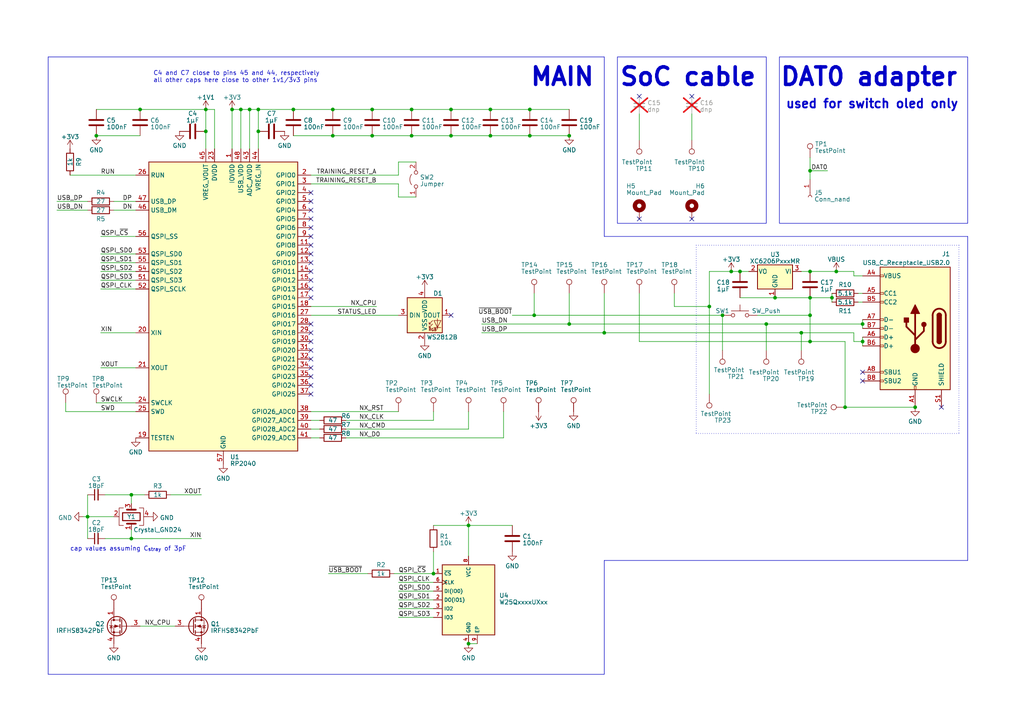
<source format=kicad_sch>
(kicad_sch (version 20230121) (generator eeschema)
  (paper "A4")
  (lib_symbols
    (symbol "Connector:Conn_01x01_Socket" (pin_names (offset 1.016) hide)
      (property "Reference" "J" (at 0 2.54 0))
      (property "Value" "Conn_01x01_Socket" (at 0 -2.54 0))
      (symbol "Conn_01x01_Socket_1_1"
        (pin passive line (at -5.08 0 0) (length 3.81) (name "Pin_1") (number "1"))
      )
    )
    (symbol "Connector:TestPoint" (pin_numbers hide) (pin_names (offset 0.762) hide)
      (property "Reference" "TP" (at 0 6.858 0))
      (property "Value" "TestPoint" (at 0 5.08 0))
      (symbol "TestPoint_1_1"
        (pin passive line (at 0 0 90) (length 2.54) (name "1") (number "1"))
      )
    )
    (symbol "Connector:USB_C_Receptacle_USB2.0" (pin_names (offset 1.016))
      (property "Reference" "J" (at -10.16 19.05 0))
      (property "Value" "USB_C_Receptacle_USB2.0" (at 19.05 19.05 0))
      (symbol "USB_C_Receptacle_USB2.0_1_1"
        (pin passive line (at 0 -22.86 90) (length 5.08) (name "GND") (number "A1"))
        (pin passive line (at 0 -22.86 90) (length 5.08) hide (name "GND") (number "A12"))
        (pin passive line (at 15.24 15.24 180) (length 5.08) (name "VBUS") (number "A4"))
        (pin bidirectional line (at 15.24 10.16 180) (length 5.08) (name "CC1") (number "A5"))
        (pin bidirectional line (at 15.24 -2.54 180) (length 5.08) (name "D+") (number "A6"))
        (pin bidirectional line (at 15.24 2.54 180) (length 5.08) (name "D-") (number "A7"))
        (pin bidirectional line (at 15.24 -12.7 180) (length 5.08) (name "SBU1") (number "A8"))
        (pin passive line (at 15.24 15.24 180) (length 5.08) hide (name "VBUS") (number "A9"))
        (pin passive line (at 0 -22.86 90) (length 5.08) hide (name "GND") (number "B1"))
        (pin passive line (at 0 -22.86 90) (length 5.08) hide (name "GND") (number "B12"))
        (pin passive line (at 15.24 15.24 180) (length 5.08) hide (name "VBUS") (number "B4"))
        (pin bidirectional line (at 15.24 7.62 180) (length 5.08) (name "CC2") (number "B5"))
        (pin bidirectional line (at 15.24 -5.08 180) (length 5.08) (name "D+") (number "B6"))
        (pin bidirectional line (at 15.24 0 180) (length 5.08) (name "D-") (number "B7"))
        (pin bidirectional line (at 15.24 -15.24 180) (length 5.08) (name "SBU2") (number "B8"))
        (pin passive line (at 15.24 15.24 180) (length 5.08) hide (name "VBUS") (number "B9"))
        (pin passive line (at -7.62 -22.86 90) (length 5.08) (name "SHIELD") (number "S1"))
      )
    )
    (symbol "Device:C" (pin_numbers hide) (pin_names (offset 0.254))
      (property "Reference" "C" (at 0.635 2.54 0))
      (property "Value" "C" (at 0.635 -2.54 0))
      (symbol "C_1_1"
        (pin passive line (at 0 3.81 270) (length 2.794) (name "~") (number "1"))
        (pin passive line (at 0 -3.81 90) (length 2.794) (name "~") (number "2"))
      )
    )
    (symbol "Device:C_Small" (pin_numbers hide) (pin_names (offset 0.254) hide)
      (property "Reference" "C" (at 0.254 1.778 0))
      (property "Value" "C_Small" (at 0.254 -2.032 0))
      (symbol "C_Small_1_1"
        (pin passive line (at 0 2.54 270) (length 2.032) (name "~") (number "1"))
        (pin passive line (at 0 -2.54 90) (length 2.032) (name "~") (number "2"))
      )
    )
    (symbol "Device:Crystal_GND24" (pin_names (offset 1.016) hide)
      (property "Reference" "Y" (at 3.175 5.08 0))
      (property "Value" "Crystal_GND24" (at 3.175 3.175 0))
      (symbol "Crystal_GND24_1_1"
        (pin passive line (at -3.81 0 0) (length 1.27) (name "1") (number "1"))
        (pin passive line (at 0 5.08 270) (length 1.27) (name "2") (number "2"))
        (pin passive line (at 3.81 0 180) (length 1.27) (name "3") (number "3"))
        (pin passive line (at 0 -5.08 90) (length 1.27) (name "4") (number "4"))
      )
    )
    (symbol "Device:R" (pin_numbers hide) (pin_names (offset 0))
      (property "Reference" "R" (at 2.032 0 90))
      (property "Value" "R" (at 0 0 90))
      (symbol "R_1_1"
        (pin passive line (at 0 3.81 270) (length 1.27) (name "~") (number "1"))
        (pin passive line (at 0 -3.81 90) (length 1.27) (name "~") (number "2"))
      )
    )
    (symbol "Jumper:Jumper_2_Open" (pin_names (offset 0) hide)
      (property "Reference" "JP" (at 0 2.794 0))
      (property "Value" "Jumper_2_Open" (at 0 -2.286 0))
      (symbol "Jumper_2_Open_1_1"
        (pin passive line (at -5.08 0 0) (length 2.54) (name "A") (number "1"))
        (pin passive line (at 5.08 0 180) (length 2.54) (name "B") (number "2"))
      )
    )
    (symbol "MCU_RaspberryPi:RP2040"
      (property "Reference" "U" (at 17.78 45.72 0))
      (property "Value" "RP2040" (at 17.78 43.18 0))
      (symbol "RP2040_1_1"
        (pin power_in line (at 2.54 45.72 270) (length 3.81) (name "IOVDD") (number "1"))
        (pin passive line (at 2.54 45.72 270) (length 3.81) hide (name "IOVDD") (number "10"))
        (pin bidirectional line (at 25.4 17.78 180) (length 3.81) (name "GPIO8") (number "11"))
        (pin bidirectional line (at 25.4 15.24 180) (length 3.81) (name "GPIO9") (number "12"))
        (pin bidirectional line (at 25.4 12.7 180) (length 3.81) (name "GPIO10") (number "13"))
        (pin bidirectional line (at 25.4 10.16 180) (length 3.81) (name "GPIO11") (number "14"))
        (pin bidirectional line (at 25.4 7.62 180) (length 3.81) (name "GPIO12") (number "15"))
        (pin bidirectional line (at 25.4 5.08 180) (length 3.81) (name "GPIO13") (number "16"))
        (pin bidirectional line (at 25.4 2.54 180) (length 3.81) (name "GPIO14") (number "17"))
        (pin bidirectional line (at 25.4 0 180) (length 3.81) (name "GPIO15") (number "18"))
        (pin input line (at -25.4 -38.1 0) (length 3.81) (name "TESTEN") (number "19"))
        (pin bidirectional line (at 25.4 38.1 180) (length 3.81) (name "GPIO0") (number "2"))
        (pin input line (at -25.4 -7.62 0) (length 3.81) (name "XIN") (number "20"))
        (pin passive line (at -25.4 -17.78 0) (length 3.81) (name "XOUT") (number "21"))
        (pin passive line (at 2.54 45.72 270) (length 3.81) hide (name "IOVDD") (number "22"))
        (pin power_in line (at -2.54 45.72 270) (length 3.81) (name "DVDD") (number "23"))
        (pin input line (at -25.4 -27.94 0) (length 3.81) (name "SWCLK") (number "24"))
        (pin bidirectional line (at -25.4 -30.48 0) (length 3.81) (name "SWD") (number "25"))
        (pin input line (at -25.4 38.1 0) (length 3.81) (name "RUN") (number "26"))
        (pin bidirectional line (at 25.4 -2.54 180) (length 3.81) (name "GPIO16") (number "27"))
        (pin bidirectional line (at 25.4 -5.08 180) (length 3.81) (name "GPIO17") (number "28"))
        (pin bidirectional line (at 25.4 -7.62 180) (length 3.81) (name "GPIO18") (number "29"))
        (pin bidirectional line (at 25.4 35.56 180) (length 3.81) (name "GPIO1") (number "3"))
        (pin bidirectional line (at 25.4 -10.16 180) (length 3.81) (name "GPIO19") (number "30"))
        (pin bidirectional line (at 25.4 -12.7 180) (length 3.81) (name "GPIO20") (number "31"))
        (pin bidirectional line (at 25.4 -15.24 180) (length 3.81) (name "GPIO21") (number "32"))
        (pin passive line (at 2.54 45.72 270) (length 3.81) hide (name "IOVDD") (number "33"))
        (pin bidirectional line (at 25.4 -17.78 180) (length 3.81) (name "GPIO22") (number "34"))
        (pin bidirectional line (at 25.4 -20.32 180) (length 3.81) (name "GPIO23") (number "35"))
        (pin bidirectional line (at 25.4 -22.86 180) (length 3.81) (name "GPIO24") (number "36"))
        (pin bidirectional line (at 25.4 -25.4 180) (length 3.81) (name "GPIO25") (number "37"))
        (pin bidirectional line (at 25.4 -30.48 180) (length 3.81) (name "GPIO26_ADC0") (number "38"))
        (pin bidirectional line (at 25.4 -33.02 180) (length 3.81) (name "GPIO27_ADC1") (number "39"))
        (pin bidirectional line (at 25.4 33.02 180) (length 3.81) (name "GPIO2") (number "4"))
        (pin bidirectional line (at 25.4 -35.56 180) (length 3.81) (name "GPIO28_ADC2") (number "40"))
        (pin bidirectional line (at 25.4 -38.1 180) (length 3.81) (name "GPIO29_ADC3") (number "41"))
        (pin passive line (at 2.54 45.72 270) (length 3.81) hide (name "IOVDD") (number "42"))
        (pin power_in line (at 7.62 45.72 270) (length 3.81) (name "ADC_AVDD") (number "43"))
        (pin power_in line (at 10.16 45.72 270) (length 3.81) (name "VREG_IN") (number "44"))
        (pin power_out line (at -5.08 45.72 270) (length 3.81) (name "VREG_VOUT") (number "45"))
        (pin bidirectional line (at -25.4 27.94 0) (length 3.81) (name "USB_DM") (number "46"))
        (pin bidirectional line (at -25.4 30.48 0) (length 3.81) (name "USB_DP") (number "47"))
        (pin power_in line (at 5.08 45.72 270) (length 3.81) (name "USB_VDD") (number "48"))
        (pin passive line (at 2.54 45.72 270) (length 3.81) hide (name "IOVDD") (number "49"))
        (pin bidirectional line (at 25.4 30.48 180) (length 3.81) (name "GPIO3") (number "5"))
        (pin passive line (at -2.54 45.72 270) (length 3.81) hide (name "DVDD") (number "50"))
        (pin bidirectional line (at -25.4 7.62 0) (length 3.81) (name "QSPI_SD3") (number "51"))
        (pin output line (at -25.4 5.08 0) (length 3.81) (name "QSPI_SCLK") (number "52"))
        (pin bidirectional line (at -25.4 15.24 0) (length 3.81) (name "QSPI_SD0") (number "53"))
        (pin bidirectional line (at -25.4 10.16 0) (length 3.81) (name "QSPI_SD2") (number "54"))
        (pin bidirectional line (at -25.4 12.7 0) (length 3.81) (name "QSPI_SD1") (number "55"))
        (pin bidirectional line (at -25.4 20.32 0) (length 3.81) (name "QSPI_SS") (number "56"))
        (pin power_in line (at 0 -45.72 90) (length 3.81) (name "GND") (number "57"))
        (pin bidirectional line (at 25.4 27.94 180) (length 3.81) (name "GPIO4") (number "6"))
        (pin bidirectional line (at 25.4 25.4 180) (length 3.81) (name "GPIO5") (number "7"))
        (pin bidirectional line (at 25.4 22.86 180) (length 3.81) (name "GPIO6") (number "8"))
        (pin bidirectional line (at 25.4 20.32 180) (length 3.81) (name "GPIO7") (number "9"))
      )
    )
    (symbol "Mechanical:MountingHole_Pad" (pin_numbers hide) (pin_names (offset 1.016) hide)
      (property "Reference" "H" (at 0 6.35 0))
      (property "Value" "MountingHole_Pad" (at 0 4.445 0))
      (symbol "MountingHole_Pad_1_1"
        (pin input line (at 0 -2.54 90) (length 2.54) (name "1") (number "1"))
      )
    )
    (symbol "Regulator_Linear:XC6206PxxxMR" (pin_names (offset 0.254))
      (property "Reference" "U" (at -3.81 3.175 0))
      (property "Value" "XC6206PxxxMR" (at 0 3.175 0))
      (symbol "XC6206PxxxMR_1_1"
        (pin power_in line (at 0 -7.62 90) (length 2.54) (name "GND") (number "1"))
        (pin power_out line (at 7.62 0 180) (length 2.54) (name "VO") (number "2"))
        (pin power_in line (at -7.62 0 0) (length 2.54) (name "VI") (number "3"))
      )
    )
    (symbol "Switch:SW_Push" (pin_numbers hide) (pin_names (offset 1.016) hide)
      (property "Reference" "SW" (at 1.27 2.54 0))
      (property "Value" "SW_Push" (at 0 -1.524 0))
      (symbol "SW_Push_0_1"
        (pin passive line (at -5.08 0 0) (length 2.54) (name "1") (number "1"))
        (pin passive line (at 5.08 0 180) (length 2.54) (name "2") (number "2"))
      )
    )
    (symbol "flexifly:IRFHS8342PbF"
      (property "Reference" "Q" (at 3.81 5.08 0))
      (property "Value" "IRFHS8342PbF" (at 10.16 2.54 0))
      (symbol "IRFHS8342PbF_1_1"
        (pin passive line (at 1.27 5.08 270) (length 2.54) (name "") (number "1"))
        (pin passive line (at 1.27 5.08 270) (length 2.54) hide (name "") (number "2"))
        (pin passive line (at -6.35 0 0) (length 2.54) (name "") (number "3"))
        (pin passive line (at 1.27 -5.08 90) (length 2.54) (name "") (number "4"))
        (pin passive line (at 1.27 5.08 270) (length 2.54) hide (name "") (number "5"))
        (pin passive line (at 1.27 5.08 270) (length 2.54) hide (name "") (number "6"))
        (pin passive line (at 1.27 -5.08 90) (length 2.54) hide (name "") (number "7"))
        (pin passive line (at 1.27 5.08 270) (length 2.54) hide (name "") (number "8"))
      )
    )
    (symbol "flexifly:W25QxxxxUXxx"
      (property "Reference" "U" (at -6.35 11.43 0))
      (property "Value" "W25QxxxxUXxx" (at -8.89 -11.43 0))
      (symbol "W25QxxxxUXxx_0_0"
        (pin input line (at -10.16 7.62 0) (length 2.54) (name "~{CS}") (number "1"))
        (pin bidirectional line (at -10.16 0 0) (length 2.54) (name "DO(IO1)") (number "2"))
        (pin bidirectional line (at -10.16 -2.54 0) (length 2.54) (name "IO2") (number "3"))
        (pin power_in line (at 0 -12.7 90) (length 2.54) (name "GND") (number "4"))
        (pin bidirectional line (at -10.16 2.54 0) (length 2.54) (name "DI(IO0)") (number "5"))
        (pin input clock (at -10.16 5.08 0) (length 2.54) (name "CLK") (number "6"))
        (pin bidirectional line (at -10.16 -5.08 0) (length 2.54) (name "IO3") (number "7"))
      )
      (symbol "W25QxxxxUXxx_1_0"
        (pin power_in line (at 0 12.7 270) (length 2.54) (name "VCC") (number "8"))
        (pin power_in line (at 2.54 -12.7 90) (length 2.54) (name "EP") (number "9"))
      )
    )
    (symbol "flexifly:WS2812B-2020"
      (property "Reference" "U" (at 3.81 6.35 0))
      (property "Value" "WS2812B-2020" (at 0 0 0))
      (symbol "WS2812B-2020_0_0"
        (text "RGB" (at 2.286 -4.191 0) (effects (font (size 0.762 0.762))))
      )
      (symbol "WS2812B-2020_1_1"
        (pin output line (at 7.62 0 180) (length 2.54) (name "DOUT") (number "1"))
        (pin power_in line (at 0 -7.62 90) (length 2.54) (name "VSS") (number "2"))
        (pin input line (at -7.62 0 0) (length 2.54) (name "DIN") (number "3"))
        (pin power_in line (at 0 7.62 270) (length 2.54) (name "VDD") (number "4"))
      )
    )
    (symbol "power:+1V1" (power) (pin_names (offset 0))
      (property "Value" "+1V1" (at 0 3.556 0))
      (symbol "+1V1_1_1"
        (pin power_in line (at 0 0 90) (length 0) hide (name "+1V1") (number "1"))
      )
    )
    (symbol "power:+3V3" (power) (pin_names (offset 0))
      (property "Value" "+3V3" (at 0 3.556 0))
      (symbol "+3V3_1_1"
        (pin power_in line (at 0 0 90) (length 0) hide (name "+3V3") (number "1"))
      )
    )
    (symbol "power:GND" (power) (pin_names (offset 0))
      (property "Value" "GND" (at 0 -3.81 0))
      (symbol "GND_1_1"
        (pin power_in line (at 0 0 270) (length 0) hide (name "GND") (number "1"))
      )
    )
    (symbol "power:VBUS" (power) (pin_names (offset 0))
      (property "Value" "VBUS" (at 0 3.81 0))
      (symbol "VBUS_1_1"
        (pin power_in line (at 0 0 90) (length 0) hide (name "VBUS") (number "1"))
      )
    )
  )
  (junction (at 27.94 39.37))
  (junction (at 85.09 31.75))
  (junction (at 250.19 93.98))
  (junction (at 242.57 78.74))
  (junction (at 265.43 118.11))
  (junction (at 234.95 49.53))
  (junction (at 74.93 31.75))
  (junction (at 59.69 38.1))
  (junction (at 96.52 31.75))
  (junction (at 25.4 149.86))
  (junction (at 119.38 39.37))
  (junction (at 130.81 31.75))
  (junction (at 72.39 31.75))
  (junction (at 96.52 39.37))
  (junction (at 222.25 93.98))
  (junction (at 234.95 91.44))
  (junction (at 175.26 96.52))
  (junction (at 241.3 86.36))
  (junction (at 165.1 39.37))
  (junction (at 234.95 86.36))
  (junction (at 234.95 78.74))
  (junction (at 232.41 96.52))
  (junction (at 142.24 31.75))
  (junction (at 38.1 156.21))
  (junction (at 125.73 166.37))
  (junction (at 153.67 39.37))
  (junction (at 119.38 31.75))
  (junction (at 69.85 31.75))
  (junction (at 67.31 31.75))
  (junction (at 107.95 31.75))
  (junction (at 224.79 86.36))
  (junction (at 214.63 78.74))
  (junction (at 165.1 93.98))
  (junction (at 205.74 88.9))
  (junction (at 142.24 39.37))
  (junction (at 38.1 143.51))
  (junction (at 59.69 31.75))
  (junction (at 130.81 39.37))
  (junction (at 135.89 152.4))
  (junction (at 245.11 118.11))
  (junction (at 250.19 99.06))
  (junction (at 209.55 91.44))
  (junction (at 212.09 78.74))
  (junction (at 40.64 31.75))
  (junction (at 135.89 186.69))
  (junction (at 74.93 38.1))
  (junction (at 234.95 99.06))
  (junction (at 153.67 31.75))
  (junction (at 107.95 39.37))
  (junction (at 154.94 91.44))
  (no_connect (at 90.17 71.12))
  (no_connect (at 90.17 60.96))
  (no_connect (at 90.17 99.06))
  (no_connect (at 250.19 107.95))
  (no_connect (at 273.05 118.11))
  (no_connect (at 90.17 68.58))
  (no_connect (at 250.19 110.49))
  (no_connect (at 90.17 114.3))
  (no_connect (at 90.17 109.22))
  (no_connect (at 90.17 63.5))
  (no_connect (at 90.17 104.14))
  (no_connect (at 90.17 93.98))
  (no_connect (at 90.17 55.88))
  (no_connect (at 90.17 106.68))
  (no_connect (at 90.17 111.76))
  (no_connect (at 90.17 83.82))
  (no_connect (at 90.17 73.66))
  (no_connect (at 200.66 63.5))
  (no_connect (at 90.17 96.52))
  (no_connect (at 90.17 86.36))
  (no_connect (at 90.17 76.2))
  (no_connect (at 185.42 63.5))
  (no_connect (at 90.17 81.28))
  (no_connect (at 200.66 27.94))
  (no_connect (at 130.81 91.44))
  (no_connect (at 90.17 78.74))
  (no_connect (at 90.17 66.04))
  (no_connect (at 90.17 58.42))
  (no_connect (at 185.42 27.94))
  (no_connect (at 90.17 101.6))
  (polyline (pts (xy 175.26 68.58) (xy 280.67 68.58)))
  (wire (pts (xy 115.57 57.15) (xy 120.65 57.15)))
  (wire (pts (xy 222.25 93.98) (xy 222.25 101.6)))
  (wire (pts (xy 40.64 181.61) (xy 50.8 181.61)))
  (wire (pts (xy 38.1 153.67) (xy 38.1 156.21)))
  (wire (pts (xy 72.39 31.75) (xy 72.39 43.18)))
  (wire (pts (xy 139.7 93.98) (xy 165.1 93.98)))
  (wire (pts (xy 248.92 85.09) (xy 250.19 85.09)))
  (wire (pts (xy 115.57 168.91) (xy 125.73 168.91)))
  (wire (pts (xy 30.48 143.51) (xy 38.1 143.51)))
  (wire (pts (xy 33.02 60.96) (xy 39.37 60.96)))
  (wire (pts (xy 250.19 99.06) (xy 250.19 100.33)))
  (wire (pts (xy 100.33 124.46) (xy 135.89 124.46)))
  (polyline (pts (xy 13.97 195.58) (xy 13.97 16.51)))
  (wire (pts (xy 212.09 78.74) (xy 214.63 78.74)))
  (wire (pts (xy 25.4 149.86) (xy 33.02 149.86)))
  (wire (pts (xy 195.58 85.09) (xy 195.58 88.9)))
  (wire (pts (xy 234.95 49.53) (xy 234.95 52.07)))
  (wire (pts (xy 232.41 96.52) (xy 247.65 96.52)))
  (polyline (pts (xy 175.26 16.51) (xy 175.26 68.58)))
  (wire (pts (xy 130.81 31.75) (xy 142.24 31.75)))
  (wire (pts (xy 29.21 106.68) (xy 39.37 106.68)))
  (wire (pts (xy 234.95 86.36) (xy 241.3 86.36)))
  (wire (pts (xy 154.94 91.44) (xy 209.55 91.44)))
  (wire (pts (xy 115.57 53.34) (xy 115.57 57.15)))
  (wire (pts (xy 38.1 143.51) (xy 38.1 146.05)))
  (wire (pts (xy 115.57 173.99) (xy 125.73 173.99)))
  (wire (pts (xy 241.3 86.36) (xy 241.3 87.63)))
  (wire (pts (xy 25.4 149.86) (xy 25.4 156.21)))
  (wire (pts (xy 115.57 179.07) (xy 125.73 179.07)))
  (wire (pts (xy 20.32 50.8) (xy 39.37 50.8)))
  (wire (pts (xy 114.3 166.37) (xy 125.73 166.37)))
  (wire (pts (xy 219.71 91.44) (xy 234.95 91.44)))
  (wire (pts (xy 100.33 127) (xy 146.05 127)))
  (wire (pts (xy 153.67 39.37) (xy 165.1 39.37)))
  (wire (pts (xy 25.4 143.51) (xy 25.4 149.86)))
  (wire (pts (xy 119.38 39.37) (xy 130.81 39.37)))
  (wire (pts (xy 16.51 58.42) (xy 25.4 58.42)))
  (wire (pts (xy 27.94 31.75) (xy 40.64 31.75)))
  (wire (pts (xy 200.66 33.02) (xy 200.66 40.64)))
  (wire (pts (xy 120.65 46.99) (xy 115.57 46.99)))
  (wire (pts (xy 96.52 39.37) (xy 107.95 39.37)))
  (wire (pts (xy 209.55 91.44) (xy 209.55 101.6)))
  (wire (pts (xy 115.57 171.45) (xy 125.73 171.45)))
  (wire (pts (xy 74.93 38.1) (xy 74.93 43.18)))
  (wire (pts (xy 245.11 99.06) (xy 234.95 99.06)))
  (wire (pts (xy 130.81 39.37) (xy 142.24 39.37)))
  (wire (pts (xy 16.51 60.96) (xy 25.4 60.96)))
  (wire (pts (xy 29.21 73.66) (xy 39.37 73.66)))
  (wire (pts (xy 250.19 97.79) (xy 250.19 99.06)))
  (wire (pts (xy 74.93 31.75) (xy 85.09 31.75)))
  (wire (pts (xy 214.63 86.36) (xy 224.79 86.36)))
  (wire (pts (xy 119.38 31.75) (xy 130.81 31.75)))
  (wire (pts (xy 29.21 83.82) (xy 39.37 83.82)))
  (wire (pts (xy 29.21 78.74) (xy 39.37 78.74)))
  (wire (pts (xy 248.92 87.63) (xy 250.19 87.63)))
  (wire (pts (xy 62.23 31.75) (xy 62.23 43.18)))
  (wire (pts (xy 24.13 149.86) (xy 25.4 149.86)))
  (wire (pts (xy 224.79 86.36) (xy 234.95 86.36)))
  (wire (pts (xy 245.11 118.11) (xy 245.11 99.06)))
  (wire (pts (xy 90.17 53.34) (xy 115.57 53.34)))
  (wire (pts (xy 115.57 176.53) (xy 125.73 176.53)))
  (polyline (pts (xy 201.93 71.12) (xy 278.13 71.12)) (stroke (width 0) (type dot)))
  (wire (pts (xy 142.24 39.37) (xy 153.67 39.37)))
  (wire (pts (xy 107.95 39.37) (xy 119.38 39.37)))
  (wire (pts (xy 165.1 93.98) (xy 165.1 85.09)))
  (wire (pts (xy 185.42 99.06) (xy 234.95 99.06)))
  (wire (pts (xy 59.69 43.18) (xy 59.69 38.1)))
  (polyline (pts (xy 175.26 162.56) (xy 175.26 195.58)))
  (wire (pts (xy 247.65 78.74) (xy 247.65 80.01)))
  (wire (pts (xy 90.17 119.38) (xy 115.57 119.38)))
  (wire (pts (xy 232.41 96.52) (xy 232.41 101.6)))
  (wire (pts (xy 38.1 143.51) (xy 41.91 143.51)))
  (wire (pts (xy 29.21 76.2) (xy 39.37 76.2)))
  (wire (pts (xy 115.57 46.99) (xy 115.57 50.8)))
  (wire (pts (xy 234.95 49.53) (xy 240.03 49.53)))
  (wire (pts (xy 74.93 31.75) (xy 74.93 38.1)))
  (wire (pts (xy 96.52 31.75) (xy 107.95 31.75)))
  (wire (pts (xy 175.26 96.52) (xy 175.26 85.09)))
  (wire (pts (xy 135.89 119.38) (xy 135.89 124.46)))
  (wire (pts (xy 135.89 152.4) (xy 135.89 161.29)))
  (wire (pts (xy 85.09 31.75) (xy 96.52 31.75)))
  (wire (pts (xy 29.21 96.52) (xy 39.37 96.52)))
  (wire (pts (xy 242.57 78.74) (xy 247.65 78.74)))
  (wire (pts (xy 95.25 166.37) (xy 106.68 166.37)))
  (wire (pts (xy 67.31 31.75) (xy 69.85 31.75)))
  (polyline (pts (xy 201.93 71.12) (xy 201.93 125.73)) (stroke (width 0) (type dot)))
  (wire (pts (xy 38.1 156.21) (xy 58.42 156.21)))
  (polyline (pts (xy 278.13 125.73) (xy 201.93 125.73)) (stroke (width 0) (type dot)))
  (wire (pts (xy 165.1 93.98) (xy 222.25 93.98)))
  (wire (pts (xy 250.19 93.98) (xy 250.19 95.25)))
  (wire (pts (xy 195.58 88.9) (xy 205.74 88.9)))
  (wire (pts (xy 59.69 31.75) (xy 59.69 38.1)))
  (wire (pts (xy 90.17 127) (xy 92.71 127)))
  (wire (pts (xy 234.95 45.72) (xy 234.95 49.53)))
  (wire (pts (xy 185.42 33.02) (xy 185.42 40.64)))
  (wire (pts (xy 67.31 31.75) (xy 67.31 43.18)))
  (wire (pts (xy 125.73 119.38) (xy 125.73 121.92)))
  (wire (pts (xy 142.24 31.75) (xy 153.67 31.75)))
  (wire (pts (xy 250.19 99.06) (xy 247.65 99.06)))
  (wire (pts (xy 139.7 96.52) (xy 175.26 96.52)))
  (wire (pts (xy 90.17 121.92) (xy 92.71 121.92)))
  (wire (pts (xy 247.65 80.01) (xy 250.19 80.01)))
  (wire (pts (xy 234.95 99.06) (xy 234.95 91.44)))
  (wire (pts (xy 69.85 31.75) (xy 69.85 43.18)))
  (wire (pts (xy 90.17 91.44) (xy 115.57 91.44)))
  (wire (pts (xy 232.41 78.74) (xy 234.95 78.74)))
  (wire (pts (xy 154.94 91.44) (xy 154.94 85.09)))
  (wire (pts (xy 135.89 186.69) (xy 138.43 186.69)))
  (wire (pts (xy 125.73 152.4) (xy 135.89 152.4)))
  (wire (pts (xy 153.67 31.75) (xy 165.1 31.75)))
  (wire (pts (xy 69.85 31.75) (xy 72.39 31.75)))
  (wire (pts (xy 205.74 88.9) (xy 205.74 78.74)))
  (wire (pts (xy 100.33 121.92) (xy 125.73 121.92)))
  (wire (pts (xy 85.09 39.37) (xy 96.52 39.37)))
  (wire (pts (xy 29.21 81.28) (xy 39.37 81.28)))
  (wire (pts (xy 265.43 118.11) (xy 245.11 118.11)))
  (wire (pts (xy 247.65 96.52) (xy 247.65 99.06)))
  (wire (pts (xy 19.05 119.38) (xy 19.05 116.84)))
  (wire (pts (xy 107.95 31.75) (xy 119.38 31.75)))
  (polyline (pts (xy 13.97 16.51) (xy 175.26 16.51)))
  (wire (pts (xy 33.02 58.42) (xy 39.37 58.42)))
  (polyline (pts (xy 175.26 195.58) (xy 13.97 195.58)))
  (wire (pts (xy 27.94 116.84) (xy 39.37 116.84)))
  (wire (pts (xy 148.59 91.44) (xy 154.94 91.44)))
  (wire (pts (xy 90.17 88.9) (xy 109.22 88.9)))
  (wire (pts (xy 29.21 68.58) (xy 39.37 68.58)))
  (wire (pts (xy 185.42 99.06) (xy 185.42 85.09)))
  (wire (pts (xy 40.64 31.75) (xy 59.69 31.75)))
  (wire (pts (xy 49.53 143.51) (xy 58.42 143.51)))
  (wire (pts (xy 250.19 93.98) (xy 250.19 92.71)))
  (wire (pts (xy 205.74 88.9) (xy 205.74 114.3)))
  (wire (pts (xy 72.39 31.75) (xy 74.93 31.75)))
  (wire (pts (xy 38.1 156.21) (xy 30.48 156.21)))
  (wire (pts (xy 146.05 119.38) (xy 146.05 127)))
  (wire (pts (xy 90.17 124.46) (xy 92.71 124.46)))
  (polyline (pts (xy 278.13 71.12) (xy 278.13 125.73)) (stroke (width 0) (type dot)))
  (wire (pts (xy 19.05 119.38) (xy 39.37 119.38)))
  (wire (pts (xy 27.94 39.37) (xy 40.64 39.37)))
  (wire (pts (xy 214.63 78.74) (xy 217.17 78.74)))
  (wire (pts (xy 135.89 152.4) (xy 148.59 152.4)))
  (wire (pts (xy 125.73 160.02) (xy 125.73 166.37)))
  (polyline (pts (xy 280.67 68.58) (xy 280.67 162.56)))
  (wire (pts (xy 59.69 31.75) (xy 62.23 31.75)))
  (wire (pts (xy 222.25 93.98) (xy 250.19 93.98)))
  (wire (pts (xy 234.95 91.44) (xy 234.95 86.36)))
  (polyline (pts (xy 280.67 162.56) (xy 175.26 162.56)))
  (wire (pts (xy 205.74 78.74) (xy 212.09 78.74)))
  (wire (pts (xy 241.3 85.09) (xy 241.3 86.36)))
  (wire (pts (xy 90.17 50.8) (xy 115.57 50.8)))
  (wire (pts (xy 175.26 96.52) (xy 232.41 96.52)))
  (wire (pts (xy 234.95 78.74) (xy 242.57 78.74)))
  (rectangle (start 226.06 16.51) (end 280.67 64.77))
  (rectangle (start 179.07 16.51) (end 222.25 64.77))
  (text "DAT0 adapter" (at 278.13 25.4 0) (effects (font (size 5.08 5.08) (thickness 1.016) bold) (justify right bottom)))
  (text "C4 and C7 close to pins 45 and 44, respectively\nall other caps here close to other 1v1/3v3 pins" (at 44.45 24.13 0) (effects (font (size 1.27 1.27)) (justify left bottom)))
  (text "MAIN" (at 172.72 25.4 0) (effects (font (size 5.08 5.08) (thickness 1.016) bold) (justify right bottom)))
  (text "SoC cable" (at 219.71 25.4 0) (effects (font (size 5.08 5.08) (thickness 1.016) bold) (justify right bottom)))
  (text "cap values assuming C_{stray} of 3pF" (at 20.32 160.02 0) (effects (font (size 1.27 1.27)) (justify left bottom)))
  (text "used for switch oled only" (at 278.13 31.75 0) (effects (font (size 2.54 2.54) (thickness 0.508) bold) (justify right bottom)))
  (label "QSPI_SD0" (at 115.57 171.45 0))
  (label "NX_D0" (at 104.14 127 0))
  (label "QSPI_SD1" (at 29.21 76.2 0))
  (label "XIN" (at 58.42 156.21 180))
  (label "RUN" (at 29.21 50.8 0))
  (label "STATUS_LED" (at 109.22 91.44 180))
  (label "USB_DN" (at 139.7 93.98 0))
  (label "USB_DN" (at 16.51 60.96 0))
  (label "QSPI_CLK" (at 115.57 168.91 0))
  (label "SWCLK" (at 29.21 116.84 0))
  (label "DP" (at 35.56 58.42 0))
  (label "~{USB_BOOT}" (at 148.59 91.44 180))
  (label "NX_CPU" (at 109.22 88.9 180))
  (label "QSPI_SD3" (at 29.21 81.28 0))
  (label "QSPI_SD2" (at 115.57 176.53 0))
  (label "DAT0" (at 240.03 49.53 180))
  (label "~{USB_BOOT}" (at 95.25 166.37 0))
  (label "NX_CMD" (at 104.14 124.46 0))
  (label "DN" (at 35.56 60.96 0))
  (label "QSPI_~{CS}" (at 115.57 166.37 0))
  (label "NX_RST" (at 104.14 119.38 0))
  (label "USB_DP" (at 139.7 96.52 0))
  (label "QSPI_SD2" (at 29.21 78.74 0))
  (label "NX_CLK" (at 104.14 121.92 0))
  (label "USB_DP" (at 16.51 58.42 0))
  (label "TRAINING_RESET_A" (at 109.22 50.8 180))
  (label "NX_CPU" (at 49.53 181.61 180))
  (label "XOUT" (at 58.42 143.51 180))
  (label "QSPI_SD0" (at 29.21 73.66 0))
  (label "QSPI_~{CS}" (at 29.21 68.58 0))
  (label "SWD" (at 29.21 119.38 0))
  (label "QSPI_SD3" (at 115.57 179.07 0))
  (label "XOUT" (at 29.21 106.68 0))
  (label "TRAINING_RESET_B" (at 109.22 53.34 180))
  (label "QSPI_CLK" (at 29.21 83.82 0))
  (label "QSPI_SD1" (at 115.57 173.99 0))
  (label "XIN" (at 29.21 96.52 0))
  (symbol (lib_id "Device:R") (at 110.49 166.37 90) (unit 1)
    (property "Reference" "R2" (at 110.49 163.83 90))
    (property "Value" "1k" (at 110.49 166.37 90))
    (property "Footprint" "Resistor_SMD:R_0402_1005Metric_Pad0.72x0.64mm_HandSolder" (effects hide))
    (property "LCSC" "C25543" (effects hide))
  )
  (symbol (lib_id "Device:R") (at 29.21 60.96 270) (unit 1)
    (property "Reference" "R5" (at 29.21 63.5 90))
    (property "Value" "27" (at 29.21 60.96 90))
    (property "Footprint" "Resistor_SMD:R_0402_1005Metric_Pad0.72x0.64mm_HandSolder" (effects hide))
    (property "LCSC" "C25100" (effects hide))
  )
  (symbol (lib_id "Device:R") (at 20.32 46.99 0) (unit 1)
    (property "Reference" "R9" (at 22.86 46.99 90))
    (property "Value" "1k" (at 20.32 46.99 90))
    (property "Footprint" "Resistor_SMD:R_0402_1005Metric_Pad0.72x0.64mm_HandSolder" (effects hide))
    (property "LCSC" "C25543" (effects hide))
  )
  (symbol (lib_id "Device:C") (at 85.09 35.56 180) (unit 1)
    (property "Reference" "C8" (at 88.011 34.9163 0) (effects (justify right)))
    (property "Value" "100nF" (at 88.011 36.8373 0) (effects (justify right)))
    (property "Footprint" "Capacitor_SMD:C_0402_1005Metric_Pad0.74x0.62mm_HandSolder" (effects hide))
    (property "LCSC" "C1525" (effects hide))
  )
  (symbol (lib_id "Connector:TestPoint") (at 115.57 119.38 0) (unit 1) (in_bom no)
    (property "Reference" "TP2" (at 111.76 111.109 0) (effects (justify left)))
    (property "Value" "TestPoint" (at 111.76 113.03 0) (effects (justify left)))
    (property "Footprint" "flexifly:TP_pad_1mm_dense" (effects hide))
  )
  (symbol (lib_id "Device:C") (at 55.88 38.1 90) (unit 1)
    (property "Reference" "C4" (at 55.88 32.9311 90))
    (property "Value" "1µF" (at 55.88 34.8521 90))
    (property "Footprint" "Capacitor_SMD:C_0402_1005Metric_Pad0.74x0.62mm_HandSolder" (effects hide))
    (property "LCSC" "C14445" (effects hide))
  )
  (symbol (lib_id "Connector:TestPoint") (at 195.58 85.09 0) (unit 1) (in_bom no)
    (property "Reference" "TP18" (at 191.77 76.819 0) (effects (justify left)))
    (property "Value" "TestPoint" (at 191.77 78.74 0) (effects (justify left)))
    (property "Footprint" "flexifly:TP_pad_1mm_dense" (effects hide))
  )
  (symbol (lib_id "Device:R") (at 245.11 85.09 90) (unit 1)
    (property "Reference" "R10" (at 245.11 82.55 90))
    (property "Value" "5.1k" (at 245.11 85.09 90))
    (property "Footprint" "Resistor_SMD:R_0402_1005Metric_Pad0.72x0.64mm_HandSolder" (effects hide))
  )
  (symbol (lib_id "power:GND") (at 39.37 127 0) (unit 1)
    (property "Reference" "#PWR05" (effects hide))
    (property "Value" "GND" (at 39.37 131.1355 0))
  )
  (symbol (lib_id "Connector:TestPoint") (at 232.41 101.6 180) (unit 1) (in_bom no)
    (property "Reference" "TP19" (at 236.22 109.871 0) (effects (justify left)))
    (property "Value" "TestPoint" (at 236.22 107.95 0) (effects (justify left)))
    (property "Footprint" "flexifly:TP_pad_1mm_dense" (effects hide))
  )
  (symbol (lib_id "power:GND") (at 33.02 186.69 0) (unit 1)
    (property "Reference" "#PWR011" (effects hide))
    (property "Value" "GND" (at 33.02 190.8255 0))
  )
  (symbol (lib_id "Device:R") (at 29.21 58.42 90) (unit 1)
    (property "Reference" "R4" (at 29.21 55.88 90))
    (property "Value" "27" (at 29.21 58.42 90))
    (property "Footprint" "Resistor_SMD:R_0402_1005Metric_Pad0.72x0.64mm_HandSolder" (effects hide))
    (property "LCSC" "C25100" (effects hide))
  )
  (symbol (lib_id "power:GND") (at 166.37 119.38 0) (unit 1)
    (property "Reference" "#PWR029" (effects hide))
    (property "Value" "GND" (at 166.37 123.5155 0))
  )
  (symbol (lib_id "Device:C") (at 130.81 35.56 180) (unit 1)
    (property "Reference" "C12" (at 133.731 34.9163 0) (effects (justify right)))
    (property "Value" "100nF" (at 133.731 36.8373 0) (effects (justify right)))
    (property "Footprint" "Capacitor_SMD:C_0402_1005Metric_Pad0.74x0.62mm_HandSolder" (effects hide))
    (property "LCSC" "C1525" (effects hide))
  )
  (symbol (lib_id "Device:Crystal_GND24") (at 38.1 149.86 90) (unit 1)
    (property "Reference" "Y1" (at 38.1 149.86 90))
    (property "Value" "Crystal_GND24" (at 45.72 153.67 90))
    (property "Footprint" "Crystal:Crystal_SMD_2520-4Pin_2.5x2.0mm" (effects hide))
    (property "LCSC" "C2901718" (effects hide))
  )
  (symbol (lib_id "Connector:TestPoint") (at 33.02 176.53 0) (unit 1) (in_bom no)
    (property "Reference" "TP13" (at 29.21 168.259 0) (effects (justify left)))
    (property "Value" "TestPoint" (at 29.21 170.18 0) (effects (justify left)))
    (property "Footprint" "flexifly:TP_pad_1mm_dense" (effects hide))
  )
  (symbol (lib_id "Device:R") (at 45.72 143.51 90) (unit 1)
    (property "Reference" "R3" (at 45.72 140.97 90))
    (property "Value" "1k" (at 45.72 143.51 90))
    (property "Footprint" "Resistor_SMD:R_0402_1005Metric_Pad0.72x0.64mm_HandSolder" (effects hide))
    (property "LCSC" "C25543" (effects hide))
  )
  (symbol (lib_id "Device:C") (at 142.24 35.56 180) (unit 1)
    (property "Reference" "C13" (at 145.161 34.9163 0) (effects (justify right)))
    (property "Value" "100nF" (at 145.161 36.8373 0) (effects (justify right)))
    (property "Footprint" "Capacitor_SMD:C_0402_1005Metric_Pad0.74x0.62mm_HandSolder" (effects hide))
    (property "LCSC" "C1525" (effects hide))
  )
  (symbol (lib_id "Connector:TestPoint") (at 234.95 45.72 0) (unit 1) (in_bom no)
    (property "Reference" "TP1" (at 236.347 41.7743 0) (effects (justify left)))
    (property "Value" "TestPoint" (at 236.347 43.6953 0) (effects (justify left)))
    (property "Footprint" "flexifly:TP_pad_1mm_dense" (effects hide))
  )
  (symbol (lib_id "power:GND") (at 43.18 149.86 90) (unit 1)
    (property "Reference" "#PWR07" (effects hide))
    (property "Value" "GND" (at 46.355 150.1768 90) (effects (justify right)))
  )
  (symbol (lib_id "Connector:Conn_01x01_Socket") (at 234.95 57.15 270) (unit 1) (in_bom no)
    (property "Reference" "J5" (at 236.1692 55.8713 90) (effects (justify left)))
    (property "Value" "Conn_nand" (at 236.1692 57.7923 90) (effects (justify left)))
    (property "Footprint" "flexifly:Conn_BGA_shim_dat0" (effects hide))
  )
  (symbol (lib_id "Device:C") (at 96.52 35.56 180) (unit 1)
    (property "Reference" "C9" (at 99.441 34.9163 0) (effects (justify right)))
    (property "Value" "100nF" (at 99.441 36.8373 0) (effects (justify right)))
    (property "Footprint" "Capacitor_SMD:C_0402_1005Metric_Pad0.74x0.62mm_HandSolder" (effects hide))
    (property "LCSC" "C1525" (effects hide))
  )
  (symbol (lib_id "Connector:TestPoint") (at 58.42 176.53 0) (unit 1) (in_bom no)
    (property "Reference" "TP12" (at 54.61 168.259 0) (effects (justify left)))
    (property "Value" "TestPoint" (at 54.61 170.18 0) (effects (justify left)))
    (property "Footprint" "flexifly:TP_pad_1mm_dense" (effects hide))
  )
  (symbol (lib_id "power:+3V3") (at 123.19 83.82 0) (unit 1)
    (property "Reference" "#PWR017" (effects hide))
    (property "Value" "+3V3" (at 123.19 80.3181 0))
  )
  (symbol (lib_id "Device:C") (at 165.1 35.56 180) (unit 1)
    (property "Reference" "C19" (at 168.021 34.9163 0) (effects (justify right)))
    (property "Value" "100nF" (at 168.021 36.8373 0) (effects (justify right)))
    (property "Footprint" "Capacitor_SMD:C_0402_1005Metric_Pad0.74x0.62mm_HandSolder" (effects hide))
    (property "LCSC" "C1525" (effects hide))
  )
  (symbol (lib_id "Jumper:Jumper_2_Open") (at 120.65 52.07 90) (unit 1) (in_bom no)
    (property "Reference" "SW2" (at 121.793 51.4263 90) (effects (justify right)))
    (property "Value" "Jumper" (at 121.793 53.3473 90) (effects (justify right)))
    (property "Footprint" "Jumper:SolderJumper-2_P1.3mm_Open_RoundedPad1.0x1.5mm" (effects hide))
  )
  (symbol (lib_id "flexifly:W25QxxxxUXxx") (at 135.89 173.99 0) (unit 1)
    (property "Reference" "U4" (at 144.78 172.72 0) (effects (justify left)))
    (property "Value" "W25QxxxxUXxx" (at 144.78 174.641 0) (effects (justify left)))
    (property "Footprint" "flexifly:W25QxxxxUXxx" (effects hide))
    (property "LCSC" "C401672" (effects hide))
  )
  (symbol (lib_id "power:GND") (at 27.94 39.37 0) (unit 1)
    (property "Reference" "#PWR013" (effects hide))
    (property "Value" "GND" (at 27.94 43.5055 0))
  )
  (symbol (lib_id "power:+3V3") (at 20.32 43.18 0) (unit 1)
    (property "Reference" "#PWR032" (effects hide))
    (property "Value" "+3V3" (at 20.32 39.6781 0))
  )
  (symbol (lib_id "Connector:TestPoint") (at 156.21 119.38 0) (unit 1) (in_bom no)
    (property "Reference" "TP6" (at 152.4 111.109 0) (effects (justify left)))
    (property "Value" "TestPoint" (at 152.4 113.03 0) (effects (justify left)))
    (property "Footprint" "flexifly:TP_pad_1mm_dense" (effects hide))
  )
  (symbol (lib_id "Connector:TestPoint") (at 125.73 119.38 0) (unit 1) (in_bom no)
    (property "Reference" "TP3" (at 121.92 111.109 0) (effects (justify left)))
    (property "Value" "TestPoint" (at 121.92 113.03 0) (effects (justify left)))
    (property "Footprint" "flexifly:TP_pad_1mm_dense" (effects hide))
  )
  (symbol (lib_id "Connector:TestPoint") (at 245.11 118.11 90) (unit 1) (in_bom no)
    (property "Reference" "TP22" (at 240.03 119.38 90) (effects (justify left)))
    (property "Value" "TestPoint" (at 240.03 117.459 90) (effects (justify left)))
    (property "Footprint" "flexifly:TP_pad_1mm_dense" (effects hide))
  )
  (symbol (lib_id "Connector:TestPoint") (at 154.94 85.09 0) (unit 1) (in_bom no)
    (property "Reference" "TP14" (at 151.13 76.819 0) (effects (justify left)))
    (property "Value" "TestPoint" (at 151.13 78.74 0) (effects (justify left)))
    (property "Footprint" "flexifly:TP_pad_1mm_dense" (effects hide))
  )
  (symbol (lib_id "Connector:TestPoint") (at 209.55 101.6 180) (unit 1) (in_bom no)
    (property "Reference" "TP21" (at 215.9 109.22 0) (effects (justify left)))
    (property "Value" "TestPoint" (at 215.9 107.299 0) (effects (justify left)))
    (property "Footprint" "flexifly:TP_pad_1mm_dense" (effects hide))
  )
  (symbol (lib_id "power:GND") (at 165.1 39.37 0) (unit 1)
    (property "Reference" "#PWR033" (effects hide))
    (property "Value" "GND" (at 165.1 43.5055 0))
  )
  (symbol (lib_id "Device:C") (at 107.95 35.56 180) (unit 1)
    (property "Reference" "C10" (at 110.871 34.9163 0) (effects (justify right)))
    (property "Value" "100nF" (at 110.871 36.8373 0) (effects (justify right)))
    (property "Footprint" "Capacitor_SMD:C_0402_1005Metric_Pad0.74x0.62mm_HandSolder" (effects hide))
    (property "LCSC" "C1525" (effects hide))
  )
  (symbol (lib_id "Mechanical:MountingHole_Pad") (at 185.42 60.96 0) (unit 1) (in_bom no)
    (property "Reference" "H5" (at 181.61 53.959 0) (effects (justify left)))
    (property "Value" "Mount_Pad" (at 181.61 55.88 0) (effects (justify left)))
    (property "Footprint" "TestPoint:TestPoint_Pad_2.0x2.0mm" (effects hide))
  )
  (symbol (lib_id "power:+1V1") (at 59.69 31.75 0) (unit 1)
    (property "Reference" "#PWR014" (effects hide))
    (property "Value" "+1V1" (at 59.69 28.2481 0))
  )
  (symbol (lib_id "Device:C") (at 27.94 35.56 180) (unit 1)
    (property "Reference" "C5" (at 30.861 34.9163 0) (effects (justify right)))
    (property "Value" "100nF" (at 30.861 36.8373 0) (effects (justify right)))
    (property "Footprint" "Capacitor_SMD:C_0402_1005Metric_Pad0.74x0.62mm_HandSolder" (effects hide))
    (property "LCSC" "C1525" (effects hide))
  )
  (symbol (lib_id "Device:R") (at 96.52 124.46 270) (unit 1)
    (property "Reference" "R7" (at 100.33 123.19 90))
    (property "Value" "47" (at 96.52 124.46 90))
    (property "Footprint" "Resistor_SMD:R_0402_1005Metric_Pad0.72x0.64mm_HandSolder" (effects hide))
    (property "LCSC" "C25118" (effects hide))
  )
  (symbol (lib_id "power:GND") (at 123.19 99.06 0) (unit 1)
    (property "Reference" "#PWR018" (effects hide))
    (property "Value" "GND" (at 123.19 103.1955 0))
  )
  (symbol (lib_id "Connector:TestPoint") (at 166.37 119.38 0) (unit 1) (in_bom no)
    (property "Reference" "TP7" (at 162.56 111.109 0) (effects (justify left)))
    (property "Value" "TestPoint" (at 162.56 113.03 0) (effects (justify left)))
    (property "Footprint" "flexifly:TP_pad_1mm_dense" (effects hide))
  )
  (symbol (lib_id "power:GND") (at 64.77 134.62 0) (unit 1)
    (property "Reference" "#PWR01" (effects hide))
    (property "Value" "GND" (at 64.77 138.7555 0))
  )
  (symbol (lib_id "Device:C") (at 234.95 82.55 180) (unit 1)
    (property "Reference" "C17" (at 237.871 81.9063 0) (effects (justify right)))
    (property "Value" "1µF" (at 237.871 83.8273 0) (effects (justify right)))
    (property "Footprint" "Capacitor_SMD:C_0402_1005Metric_Pad0.74x0.62mm_HandSolder" (effects hide))
    (property "LCSC" "C14445" (effects hide))
  )
  (symbol (lib_id "Device:C") (at 148.59 156.21 0) (unit 1)
    (property "Reference" "C1" (at 151.511 155.5663 0) (effects (justify left)))
    (property "Value" "100nF" (at 151.511 157.4873 0) (effects (justify left)))
    (property "Footprint" "Capacitor_SMD:C_0402_1005Metric_Pad0.74x0.62mm_HandSolder" (effects hide))
    (property "LCSC" "C1525" (effects hide))
  )
  (symbol (lib_id "Device:C_Small") (at 185.42 30.48 180) (unit 1) (in_bom no) (dnp yes)
    (property "Reference" "C15" (at 187.7441 29.8299 0) (effects (justify right)))
    (property "Value" "dnp" (at 187.7441 31.7509 0) (effects (justify right)))
    (property "Footprint" "flexifly:APU_package_cap_conn" (effects hide))
  )
  (symbol (lib_id "Device:C") (at 119.38 35.56 180) (unit 1)
    (property "Reference" "C11" (at 122.301 34.9163 0) (effects (justify right)))
    (property "Value" "100nF" (at 122.301 36.8373 0) (effects (justify right)))
    (property "Footprint" "Capacitor_SMD:C_0402_1005Metric_Pad0.74x0.62mm_HandSolder" (effects hide))
    (property "LCSC" "C1525" (effects hide))
  )
  (symbol (lib_id "flexifly:IRFHS8342PbF") (at 34.29 181.61 0) (mirror y) (unit 1)
    (property "Reference" "Q2" (at 30.353 180.9663 0) (effects (justify left)))
    (property "Value" "IRFHS8342PbF" (at 30.353 182.8873 0) (effects (justify left)))
    (property "Footprint" "flexifly:MicroFET_2x2" (effects hide))
    (property "Datasheet" "https://eu.mouser.com/datasheet/2/196/Infineon_IRFHS8342_DataSheet_v01_01_EN-3166248.pdf" (effects hide))
    (property "LCSC" "C537911" (effects hide))
  )
  (symbol (lib_id "power:+3V3") (at 156.21 119.38 180) (unit 1)
    (property "Reference" "#PWR028" (effects hide))
    (property "Value" "+3V3" (at 156.21 123.5155 0))
  )
  (symbol (lib_id "power:GND") (at 82.55 38.1 0) (unit 1)
    (property "Reference" "#PWR015" (effects hide))
    (property "Value" "GND" (at 82.55 42.2355 0))
  )
  (symbol (lib_id "Device:C") (at 214.63 82.55 0) (mirror y) (unit 1)
    (property "Reference" "C18" (at 211.709 81.9063 0) (effects (justify left)))
    (property "Value" "1µF" (at 211.709 83.8273 0) (effects (justify left)))
    (property "Footprint" "Capacitor_SMD:C_0402_1005Metric_Pad0.74x0.62mm_HandSolder" (effects hide))
    (property "LCSC" "C14445" (effects hide))
  )
  (symbol (lib_id "Device:C") (at 153.67 35.56 180) (unit 1)
    (property "Reference" "C14" (at 156.591 34.9163 0) (effects (justify right)))
    (property "Value" "100nF" (at 156.591 36.8373 0) (effects (justify right)))
    (property "Footprint" "Capacitor_SMD:C_0402_1005Metric_Pad0.74x0.62mm_HandSolder" (effects hide))
    (property "LCSC" "C1525" (effects hide))
  )
  (symbol (lib_id "Connector:TestPoint") (at 19.05 116.84 0) (unit 1) (in_bom no)
    (property "Reference" "TP9" (at 16.51 109.839 0) (effects (justify left)))
    (property "Value" "TestPoint" (at 16.51 111.76 0) (effects (justify left)))
    (property "Footprint" "flexifly:TP_pad_1mm_dense" (effects hide))
  )
  (symbol (lib_id "power:GND") (at 58.42 186.69 0) (unit 1)
    (property "Reference" "#PWR012" (effects hide))
    (property "Value" "GND" (at 58.42 190.8255 0))
  )
  (symbol (lib_id "Device:C") (at 40.64 35.56 180) (unit 1)
    (property "Reference" "C6" (at 43.561 34.9163 0) (effects (justify right)))
    (property "Value" "100nF" (at 43.561 36.8373 0) (effects (justify right)))
    (property "Footprint" "Capacitor_SMD:C_0402_1005Metric_Pad0.74x0.62mm_HandSolder" (effects hide))
    (property "LCSC" "C1525" (effects hide))
  )
  (symbol (lib_id "Connector:TestPoint") (at 185.42 40.64 180) (unit 1) (in_bom no)
    (property "Reference" "TP11" (at 189.23 48.911 0) (effects (justify left)))
    (property "Value" "TestPoint" (at 189.23 46.99 0) (effects (justify left)))
    (property "Footprint" "flexifly:TP_pad_1mm_dense" (effects hide))
  )
  (symbol (lib_id "Device:C_Small") (at 27.94 143.51 90) (unit 1)
    (property "Reference" "C3" (at 27.9463 138.938 90))
    (property "Value" "18pF" (at 27.9463 140.859 90))
    (property "Footprint" "Capacitor_SMD:C_0402_1005Metric_Pad0.74x0.62mm_HandSolder" (effects hide))
    (property "LCSC" "C1549" (effects hide))
  )
  (symbol (lib_id "Switch:SW_Push") (at 214.63 91.44 0) (unit 1)
    (property "Reference" "SW1" (at 209.55 90.17 0))
    (property "Value" "SW_Push" (at 222.25 90.17 0))
    (property "Footprint" "flexifly:SW_SPST_LS38G2-T" (effects hide))
    (property "LCSC" "C962549" (effects hide))
  )
  (symbol (lib_id "Connector:TestPoint") (at 175.26 85.09 0) (unit 1) (in_bom no)
    (property "Reference" "TP16" (at 171.45 76.819 0) (effects (justify left)))
    (property "Value" "TestPoint" (at 171.45 78.74 0) (effects (justify left)))
    (property "Footprint" "flexifly:TP_pad_1mm_dense" (effects hide))
  )
  (symbol (lib_id "Connector:USB_C_Receptacle_USB2.0") (at 265.43 95.25 0) (mirror y) (unit 1)
    (property "Reference" "J1" (at 275.59 73.66 0) (effects (justify left)))
    (property "Value" "USB_C_Receptacle_USB2.0" (at 275.59 76.2 0) (effects (justify left)))
    (property "Footprint" "xenua:USB_C_PCB" (effects hide))
    (property "Datasheet" "https://www.usb.org/sites/default/files/documents/usb_type-c.zip" (effects hide))
  )
  (symbol (lib_id "flexifly:IRFHS8342PbF") (at 57.15 181.61 0) (unit 1)
    (property "Reference" "Q1" (at 61.087 180.9663 0) (effects (justify left)))
    (property "Value" "IRFHS8342PbF" (at 61.087 182.8873 0) (effects (justify left)))
    (property "Footprint" "flexifly:MicroFET_2x2" (effects hide))
    (property "Datasheet" "https://eu.mouser.com/datasheet/2/196/Infineon_IRFHS8342_DataSheet_v01_01_EN-3166248.pdf" (effects hide))
    (property "LCSC" "C537911" (effects hide))
  )
  (symbol (lib_id "Device:C_Small") (at 27.94 156.21 90) (unit 1)
    (property "Reference" "C2" (at 27.9463 151.638 90))
    (property "Value" "18pF" (at 27.9463 153.559 90))
    (property "Footprint" "Capacitor_SMD:C_0402_1005Metric_Pad0.74x0.62mm_HandSolder" (effects hide))
    (property "LCSC" "C1549" (effects hide))
  )
  (symbol (lib_id "Connector:TestPoint") (at 165.1 85.09 0) (unit 1) (in_bom no)
    (property "Reference" "TP15" (at 161.29 76.819 0) (effects (justify left)))
    (property "Value" "TestPoint" (at 161.29 78.74 0) (effects (justify left)))
    (property "Footprint" "flexifly:TP_pad_1mm_dense" (effects hide))
  )
  (symbol (lib_id "power:VBUS") (at 242.57 78.74 0) (unit 1)
    (property "Reference" "#PWR010" (effects hide))
    (property "Value" "VBUS" (at 242.57 75.2381 0))
  )
  (symbol (lib_id "Connector:TestPoint") (at 27.94 116.84 0) (unit 1) (in_bom no)
    (property "Reference" "TP8" (at 26.67 109.839 0) (effects (justify left)))
    (property "Value" "TestPoint" (at 26.67 111.76 0) (effects (justify left)))
    (property "Footprint" "flexifly:TP_pad_1mm_dense" (effects hide))
  )
  (symbol (lib_id "power:GND") (at 135.89 186.69 0) (unit 1)
    (property "Reference" "#PWR02" (effects hide))
    (property "Value" "GND" (at 135.89 190.8255 0))
  )
  (symbol (lib_id "power:GND") (at 265.43 118.11 0) (unit 1)
    (property "Reference" "#PWR024" (effects hide))
    (property "Value" "GND" (at 265.43 122.2455 0))
  )
  (symbol (lib_id "flexifly:WS2812B-2020") (at 123.19 91.44 0) (unit 1)
    (property "Reference" "D1" (at 127 85.09 0))
    (property "Value" "WS2812B" (at 128.27 97.79 0))
    (property "Footprint" "LED_SMD:LED_WS2812B-2020_PLCC4_2.0x2.0mm" (effects hide))
    (property "Datasheet" "https://datasheet.lcsc.com/lcsc/2012110135_Worldsemi-WS2812B-2020_C965555.pdf" (effects hide))
    (property "LCSC" "C965555" (effects hide))
  )
  (symbol (lib_id "Device:C_Small") (at 200.66 30.48 180) (unit 1) (in_bom no) (dnp yes)
    (property "Reference" "C16" (at 202.9841 29.8299 0) (effects (justify right)))
    (property "Value" "dnp" (at 202.9841 31.7509 0) (effects (justify right)))
    (property "Footprint" "flexifly:APU_package_cap_conn" (effects hide))
  )
  (symbol (lib_id "power:+3V3") (at 135.89 152.4 0) (unit 1)
    (property "Reference" "#PWR03" (effects hide))
    (property "Value" "+3V3" (at 135.89 148.8981 0))
  )
  (symbol (lib_id "power:GND") (at 24.13 149.86 270) (unit 1)
    (property "Reference" "#PWR06" (effects hide))
    (property "Value" "GND" (at 20.9551 150.1768 90) (effects (justify right)))
  )
  (symbol (lib_id "power:GND") (at 52.07 38.1 0) (unit 1)
    (property "Reference" "#PWR08" (effects hide))
    (property "Value" "GND" (at 52.07 42.2355 0))
  )
  (symbol (lib_id "Device:R") (at 96.52 127 270) (unit 1)
    (property "Reference" "R8" (at 100.33 125.73 90))
    (property "Value" "47" (at 96.52 127 90))
    (property "Footprint" "Resistor_SMD:R_0402_1005Metric_Pad0.72x0.64mm_HandSolder" (effects hide))
    (property "LCSC" "C25118" (effects hide))
  )
  (symbol (lib_id "Connector:TestPoint") (at 200.66 40.64 180) (unit 1) (in_bom no)
    (property "Reference" "TP10" (at 204.47 48.911 0) (effects (justify left)))
    (property "Value" "TestPoint" (at 204.47 46.99 0) (effects (justify left)))
    (property "Footprint" "flexifly:TP_pad_1mm_dense" (effects hide))
  )
  (symbol (lib_id "MCU_RaspberryPi:RP2040") (at 64.77 88.9 0) (unit 1)
    (property "Reference" "U1" (at 66.7259 132.5325 0) (effects (justify left)))
    (property "Value" "RP2040" (at 66.7259 134.4535 0) (effects (justify left)))
    (property "Footprint" "Package_DFN_QFN:QFN-56-1EP_7x7mm_P0.4mm_EP3.2x3.2mm_ThermalVias" (effects hide))
    (property "Datasheet" "https://datasheets.raspberrypi.com/rp2040/rp2040-datasheet.pdf" (effects hide))
    (property "LCSC" "C2040" (effects hide))
  )
  (symbol (lib_id "power:GND") (at 148.59 160.02 0) (unit 1)
    (property "Reference" "#PWR04" (effects hide))
    (property "Value" "GND" (at 148.59 164.1555 0))
  )
  (symbol (lib_id "Connector:TestPoint") (at 185.42 85.09 0) (unit 1) (in_bom no)
    (property "Reference" "TP17" (at 181.61 76.819 0) (effects (justify left)))
    (property "Value" "TestPoint" (at 181.61 78.74 0) (effects (justify left)))
    (property "Footprint" "flexifly:TP_pad_1mm_dense" (effects hide))
  )
  (symbol (lib_id "Connector:TestPoint") (at 205.74 114.3 180) (unit 1) (in_bom no)
    (property "Reference" "TP23" (at 212.09 121.92 0) (effects (justify left)))
    (property "Value" "TestPoint" (at 212.09 119.999 0) (effects (justify left)))
    (property "Footprint" "flexifly:TP_pad_1mm_dense" (effects hide))
  )
  (symbol (lib_id "power:+3V3") (at 67.31 31.75 0) (unit 1)
    (property "Reference" "#PWR016" (effects hide))
    (property "Value" "+3V3" (at 67.31 28.2481 0))
  )
  (symbol (lib_id "Device:R") (at 125.73 156.21 0) (unit 1)
    (property "Reference" "R1" (at 127.508 155.5663 0) (effects (justify left)))
    (property "Value" "10k" (at 127.508 157.4873 0) (effects (justify left)))
    (property "Footprint" "Resistor_SMD:R_0402_1005Metric_Pad0.72x0.64mm_HandSolder" (effects hide))
    (property "LCSC" "C25744" (effects hide))
  )
  (symbol (lib_id "Regulator_Linear:XC6206PxxxMR") (at 224.79 78.74 0) (mirror y) (unit 1)
    (property "Reference" "U3" (at 224.79 73.8251 0))
    (property "Value" "XC6206PxxxMR" (at 224.79 75.7461 0))
    (property "Footprint" "Package_TO_SOT_SMD:SOT-23-3" (effects hide))
    (property "Datasheet" "https://www.torexsemi.com/file/xc6206/XC6206.pdf" (effects hide))
    (property "LCSC" "C5148692" (effects hide))
  )
  (symbol (lib_id "Device:R") (at 96.52 121.92 270) (unit 1)
    (property "Reference" "R6" (at 100.33 120.65 90))
    (property "Value" "47" (at 96.52 121.92 90))
    (property "Footprint" "Resistor_SMD:R_0402_1005Metric_Pad0.72x0.64mm_HandSolder" (effects hide))
    (property "LCSC" "C25118" (effects hide))
  )
  (symbol (lib_id "Connector:TestPoint") (at 146.05 119.38 0) (unit 1) (in_bom no)
    (property "Reference" "TP5" (at 142.24 111.109 0) (effects (justify left)))
    (property "Value" "TestPoint" (at 142.24 113.03 0) (effects (justify left)))
    (property "Footprint" "flexifly:TP_pad_1mm_dense" (effects hide))
  )
  (symbol (lib_id "Device:C") (at 78.74 38.1 90) (unit 1)
    (property "Reference" "C7" (at 78.74 32.9311 90))
    (property "Value" "1µF" (at 78.74 34.8521 90))
    (property "Footprint" "Capacitor_SMD:C_0402_1005Metric_Pad0.74x0.62mm_HandSolder" (effects hide))
    (property "LCSC" "C14445" (effects hide))
  )
  (symbol (lib_id "power:+3V3") (at 212.09 78.74 0) (unit 1)
    (property "Reference" "#PWR09" (effects hide))
    (property "Value" "+3V3" (at 212.09 75.2381 0))
  )
  (symbol (lib_id "Device:R") (at 245.11 87.63 270) (unit 1)
    (property "Reference" "R11" (at 245.11 90.17 90))
    (property "Value" "5.1k" (at 245.11 87.63 90))
    (property "Footprint" "Resistor_SMD:R_0402_1005Metric_Pad0.72x0.64mm_HandSolder" (effects hide))
  )
  (symbol (lib_id "Connector:TestPoint") (at 135.89 119.38 0) (unit 1) (in_bom no)
    (property "Reference" "TP4" (at 132.08 111.109 0) (effects (justify left)))
    (property "Value" "TestPoint" (at 132.08 113.03 0) (effects (justify left)))
    (property "Footprint" "flexifly:TP_pad_1mm_dense" (effects hide))
  )
  (symbol (lib_id "Mechanical:MountingHole_Pad") (at 200.66 60.96 0) (mirror y) (unit 1) (in_bom no)
    (property "Reference" "H6" (at 204.47 53.959 0) (effects (justify left)))
    (property "Value" "Mount_Pad" (at 204.47 55.88 0) (effects (justify left)))
    (property "Footprint" "TestPoint:TestPoint_Pad_2.0x2.0mm" (effects hide))
  )
  (symbol (lib_id "Connector:TestPoint") (at 222.25 101.6 180) (unit 1) (in_bom no)
    (property "Reference" "TP20" (at 226.06 109.871 0) (effects (justify left)))
    (property "Value" "TestPoint" (at 226.06 107.95 0) (effects (justify left)))
    (property "Footprint" "flexifly:TP_pad_1mm_dense" (effects hide))
  )
)
</source>
